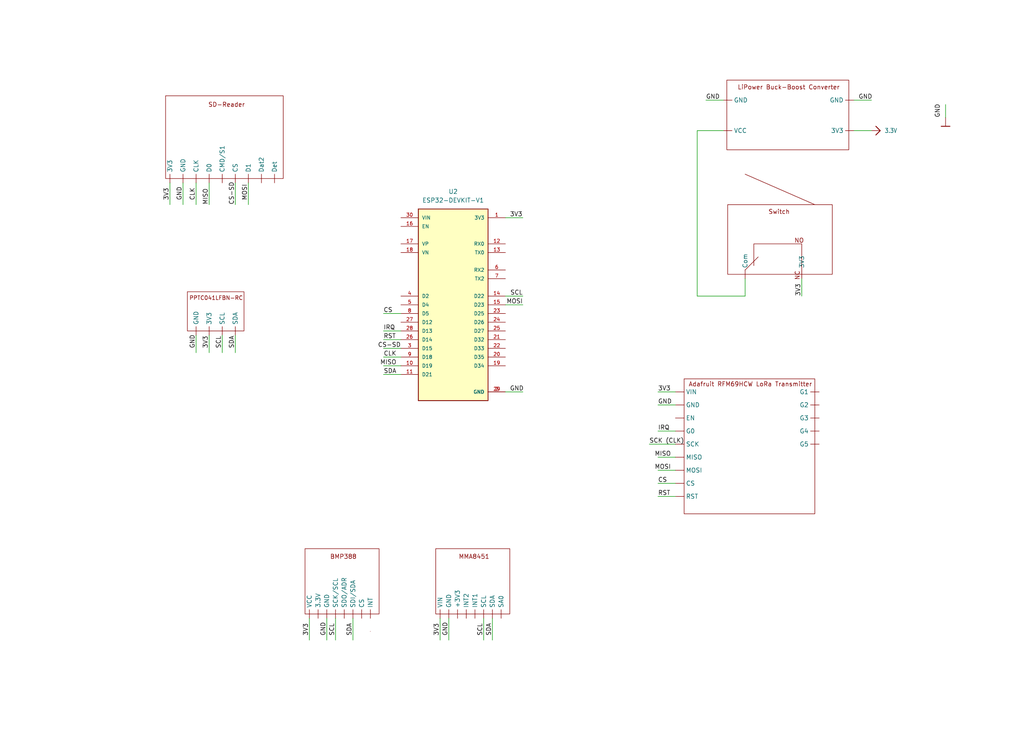
<source format=kicad_sch>
(kicad_sch
	(version 20250114)
	(generator "eeschema")
	(generator_version "9.0")
	(uuid "f483f297-eebf-4c44-8596-66b97a76d3a0")
	(paper "User" 298.45 217.322)
	(lib_symbols
		(symbol "Adafruit RFM69HCW:Adafruit_RFM69HCW"
			(exclude_from_sim no)
			(in_bom yes)
			(on_board yes)
			(property "Reference" ""
				(at 0 0 0)
				(effects
					(font
						(size 1.27 1.27)
					)
				)
			)
			(property "Value" ""
				(at 0 0 0)
				(effects
					(font
						(size 1.27 1.27)
					)
				)
			)
			(property "Footprint" ""
				(at 0 0 0)
				(effects
					(font
						(size 1.27 1.27)
					)
					(hide yes)
				)
			)
			(property "Datasheet" ""
				(at 0 0 0)
				(effects
					(font
						(size 1.27 1.27)
					)
					(hide yes)
				)
			)
			(property "Description" ""
				(at 0 0 0)
				(effects
					(font
						(size 1.27 1.27)
					)
					(hide yes)
				)
			)
			(symbol "Adafruit_RFM69HCW_0_1"
				(rectangle
					(start -20.32 43.18)
					(end 17.78 3.81)
					(stroke
						(width 0)
						(type default)
					)
					(fill
						(type none)
					)
				)
			)
			(symbol "Adafruit_RFM69HCW_1_1"
				(text "Adafruit RFM69HCW LoRa Transmitter"
					(at -1.016 41.656 0)
					(effects
						(font
							(size 1.27 1.27)
						)
					)
				)
				(pin input line
					(at -22.86 39.37 0)
					(length 2.54)
					(name "VIN"
						(effects
							(font
								(size 1.27 1.27)
							)
						)
					)
					(number ""
						(effects
							(font
								(size 1.27 1.27)
							)
						)
					)
				)
				(pin output line
					(at -22.86 35.56 0)
					(length 2.54)
					(name "GND"
						(effects
							(font
								(size 1.27 1.27)
							)
						)
					)
					(number ""
						(effects
							(font
								(size 1.27 1.27)
							)
						)
					)
				)
				(pin output line
					(at -22.86 31.75 0)
					(length 2.54)
					(name "EN"
						(effects
							(font
								(size 1.27 1.27)
							)
						)
					)
					(number ""
						(effects
							(font
								(size 1.27 1.27)
							)
						)
					)
				)
				(pin output line
					(at -22.86 27.94 0)
					(length 2.54)
					(name "G0"
						(effects
							(font
								(size 1.27 1.27)
							)
						)
					)
					(number ""
						(effects
							(font
								(size 1.27 1.27)
							)
						)
					)
				)
				(pin bidirectional line
					(at -22.86 24.13 0)
					(length 2.54)
					(name "SCK"
						(effects
							(font
								(size 1.27 1.27)
							)
						)
					)
					(number ""
						(effects
							(font
								(size 1.27 1.27)
							)
						)
					)
				)
				(pin bidirectional line
					(at -22.86 20.32 0)
					(length 2.54)
					(name "MISO"
						(effects
							(font
								(size 1.27 1.27)
							)
						)
					)
					(number ""
						(effects
							(font
								(size 1.27 1.27)
							)
						)
					)
				)
				(pin bidirectional line
					(at -22.86 16.51 0)
					(length 2.54)
					(name "MOSI"
						(effects
							(font
								(size 1.27 1.27)
							)
						)
					)
					(number ""
						(effects
							(font
								(size 1.27 1.27)
							)
						)
					)
				)
				(pin bidirectional line
					(at -22.86 12.7 0)
					(length 2.54)
					(name "CS"
						(effects
							(font
								(size 1.27 1.27)
							)
						)
					)
					(number ""
						(effects
							(font
								(size 1.27 1.27)
							)
						)
					)
				)
				(pin bidirectional line
					(at -22.86 8.89 0)
					(length 2.54)
					(name "RST"
						(effects
							(font
								(size 1.27 1.27)
							)
						)
					)
					(number ""
						(effects
							(font
								(size 1.27 1.27)
							)
						)
					)
				)
				(pin bidirectional line
					(at 19.05 39.37 180)
					(length 2.54)
					(name "G1"
						(effects
							(font
								(size 1.27 1.27)
							)
						)
					)
					(number ""
						(effects
							(font
								(size 1.27 1.27)
							)
						)
					)
				)
				(pin bidirectional line
					(at 19.05 35.56 180)
					(length 2.54)
					(name "G2"
						(effects
							(font
								(size 1.27 1.27)
							)
						)
					)
					(number ""
						(effects
							(font
								(size 1.27 1.27)
							)
						)
					)
				)
				(pin bidirectional line
					(at 19.05 31.75 180)
					(length 2.54)
					(name "G3"
						(effects
							(font
								(size 1.27 1.27)
							)
						)
					)
					(number ""
						(effects
							(font
								(size 1.27 1.27)
							)
						)
					)
				)
				(pin bidirectional line
					(at 19.05 27.94 180)
					(length 2.54)
					(name "G4"
						(effects
							(font
								(size 1.27 1.27)
							)
						)
					)
					(number ""
						(effects
							(font
								(size 1.27 1.27)
							)
						)
					)
				)
				(pin bidirectional line
					(at 19.05 24.13 180)
					(length 2.54)
					(name "G5"
						(effects
							(font
								(size 1.27 1.27)
							)
						)
					)
					(number ""
						(effects
							(font
								(size 1.27 1.27)
							)
						)
					)
				)
			)
			(embedded_fonts no)
		)
		(symbol "Lipower:BMP388"
			(exclude_from_sim no)
			(in_bom yes)
			(on_board yes)
			(property "Reference" ""
				(at 0 0 0)
				(effects
					(font
						(size 1.27 1.27)
					)
					(hide yes)
				)
			)
			(property "Value" ""
				(at 0 0 0)
				(effects
					(font
						(size 1.27 1.27)
					)
				)
			)
			(property "Footprint" ""
				(at 0 0 0)
				(effects
					(font
						(size 1.27 1.27)
					)
					(hide yes)
				)
			)
			(property "Datasheet" ""
				(at 0 0 0)
				(effects
					(font
						(size 1.27 1.27)
					)
					(hide yes)
				)
			)
			(property "Description" ""
				(at 0 0 0)
				(effects
					(font
						(size 1.27 1.27)
					)
					(hide yes)
				)
			)
			(symbol "BMP388_0_1"
				(rectangle
					(start -11.43 -7.62)
					(end 10.16 11.43)
					(stroke
						(width 0)
						(type default)
					)
					(fill
						(type none)
					)
				)
				(rectangle
					(start 7.62 -12.7)
					(end 7.62 -12.7)
					(stroke
						(width 0)
						(type default)
					)
					(fill
						(type none)
					)
				)
			)
			(symbol "BMP388_1_1"
				(text "BMP388"
					(at -0.254 9.144 0)
					(effects
						(font
							(size 1.27 1.27)
						)
					)
				)
				(pin input line
					(at -10.16 -8.89 90)
					(length 2.54)
					(name "VCC"
						(effects
							(font
								(size 1.27 1.27)
							)
						)
					)
					(number ""
						(effects
							(font
								(size 1.27 1.27)
							)
						)
					)
				)
				(pin bidirectional line
					(at -7.62 -8.89 90)
					(length 2.54)
					(name "3.3V"
						(effects
							(font
								(size 1.27 1.27)
							)
						)
					)
					(number ""
						(effects
							(font
								(size 1.27 1.27)
							)
						)
					)
				)
				(pin bidirectional line
					(at -5.08 -8.89 90)
					(length 2.54)
					(name "GND"
						(effects
							(font
								(size 1.27 1.27)
							)
						)
					)
					(number ""
						(effects
							(font
								(size 1.27 1.27)
							)
						)
					)
				)
				(pin bidirectional line
					(at -2.54 -8.89 90)
					(length 2.54)
					(name "SCK/SCL"
						(effects
							(font
								(size 1.27 1.27)
							)
						)
					)
					(number ""
						(effects
							(font
								(size 1.27 1.27)
							)
						)
					)
				)
				(pin bidirectional line
					(at 0 -8.89 90)
					(length 2.54)
					(name "SDO/ADR"
						(effects
							(font
								(size 1.27 1.27)
							)
						)
					)
					(number ""
						(effects
							(font
								(size 1.27 1.27)
							)
						)
					)
				)
				(pin bidirectional line
					(at 2.54 -8.89 90)
					(length 2.54)
					(name "SDI/SDA"
						(effects
							(font
								(size 1.27 1.27)
							)
						)
					)
					(number ""
						(effects
							(font
								(size 1.27 1.27)
							)
						)
					)
				)
				(pin bidirectional line
					(at 5.08 -8.89 90)
					(length 2.54)
					(name "CS"
						(effects
							(font
								(size 1.27 1.27)
							)
						)
					)
					(number ""
						(effects
							(font
								(size 1.27 1.27)
							)
						)
					)
				)
				(pin bidirectional line
					(at 7.62 -8.89 90)
					(length 2.54)
					(name "INT"
						(effects
							(font
								(size 1.27 1.27)
							)
						)
					)
					(number ""
						(effects
							(font
								(size 1.27 1.27)
							)
						)
					)
				)
			)
			(embedded_fonts no)
		)
		(symbol "Lipower:MMA8451"
			(exclude_from_sim no)
			(in_bom yes)
			(on_board yes)
			(property "Reference" ""
				(at 0 0 0)
				(effects
					(font
						(size 1.27 1.27)
					)
					(hide yes)
				)
			)
			(property "Value" ""
				(at 0 0 0)
				(effects
					(font
						(size 1.27 1.27)
					)
				)
			)
			(property "Footprint" ""
				(at 0 0 0)
				(effects
					(font
						(size 1.27 1.27)
					)
					(hide yes)
				)
			)
			(property "Datasheet" ""
				(at 0 0 0)
				(effects
					(font
						(size 1.27 1.27)
					)
					(hide yes)
				)
			)
			(property "Description" ""
				(at 0 0 0)
				(effects
					(font
						(size 1.27 1.27)
					)
					(hide yes)
				)
			)
			(symbol "MMA8451_0_1"
				(rectangle
					(start -11.43 -7.62)
					(end 10.16 11.43)
					(stroke
						(width 0)
						(type default)
					)
					(fill
						(type none)
					)
				)
			)
			(symbol "MMA8451_1_1"
				(text "MMA8451"
					(at -0.254 9.144 0)
					(effects
						(font
							(size 1.27 1.27)
						)
					)
				)
				(pin input line
					(at -10.16 -8.89 90)
					(length 2.54)
					(name "VIN"
						(effects
							(font
								(size 1.27 1.27)
							)
						)
					)
					(number ""
						(effects
							(font
								(size 1.27 1.27)
							)
						)
					)
				)
				(pin bidirectional line
					(at -7.62 -8.89 90)
					(length 2.54)
					(name "GND"
						(effects
							(font
								(size 1.27 1.27)
							)
						)
					)
					(number ""
						(effects
							(font
								(size 1.27 1.27)
							)
						)
					)
				)
				(pin bidirectional line
					(at -5.08 -8.89 90)
					(length 2.54)
					(name "+3V3"
						(effects
							(font
								(size 1.27 1.27)
							)
						)
					)
					(number ""
						(effects
							(font
								(size 1.27 1.27)
							)
						)
					)
				)
				(pin bidirectional line
					(at -2.54 -8.89 90)
					(length 2.54)
					(name "INT2"
						(effects
							(font
								(size 1.27 1.27)
							)
						)
					)
					(number ""
						(effects
							(font
								(size 1.27 1.27)
							)
						)
					)
				)
				(pin bidirectional line
					(at 0 -8.89 90)
					(length 2.54)
					(name "INT1"
						(effects
							(font
								(size 1.27 1.27)
							)
						)
					)
					(number ""
						(effects
							(font
								(size 1.27 1.27)
							)
						)
					)
				)
				(pin bidirectional line
					(at 2.54 -8.89 90)
					(length 2.54)
					(name "SCL"
						(effects
							(font
								(size 1.27 1.27)
							)
						)
					)
					(number ""
						(effects
							(font
								(size 1.27 1.27)
							)
						)
					)
				)
				(pin bidirectional line
					(at 5.08 -8.89 90)
					(length 2.54)
					(name "SDA"
						(effects
							(font
								(size 1.27 1.27)
							)
						)
					)
					(number ""
						(effects
							(font
								(size 1.27 1.27)
							)
						)
					)
				)
				(pin bidirectional line
					(at 7.62 -8.89 90)
					(length 2.54)
					(name "SA0"
						(effects
							(font
								(size 1.27 1.27)
							)
						)
					)
					(number ""
						(effects
							(font
								(size 1.27 1.27)
							)
						)
					)
				)
			)
			(embedded_fonts no)
		)
		(symbol "Lipower:Switch"
			(exclude_from_sim no)
			(in_bom yes)
			(on_board yes)
			(property "Reference" ""
				(at 0 0 0)
				(effects
					(font
						(size 1.27 1.27)
					)
					(hide yes)
				)
			)
			(property "Value" ""
				(at 0 0 0)
				(effects
					(font
						(size 1.27 1.27)
					)
				)
			)
			(property "Footprint" ""
				(at 0 0 0)
				(effects
					(font
						(size 1.27 1.27)
					)
					(hide yes)
				)
			)
			(property "Datasheet" ""
				(at 0 0 0)
				(effects
					(font
						(size 1.27 1.27)
					)
					(hide yes)
				)
			)
			(property "Description" ""
				(at 0 0 0)
				(effects
					(font
						(size 1.27 1.27)
					)
					(hide yes)
				)
			)
			(symbol "Switch_0_1"
				(polyline
					(pts
						(xy -10.16 -10.16) (xy -6.35 -6.35) (xy -7.62 -7.62) (xy -7.62 -8.89) (xy -7.62 -2.54) (xy 6.35 -2.54)
						(xy 6.35 -12.7)
					)
					(stroke
						(width 0)
						(type default)
					)
					(fill
						(type none)
					)
				)
				(polyline
					(pts
						(xy 10.16 8.89) (xy -10.16 17.78)
					)
					(stroke
						(width 0)
						(type default)
					)
					(fill
						(type none)
					)
				)
				(rectangle
					(start 15.24 -11.43)
					(end -15.24 8.89)
					(stroke
						(width 0)
						(type default)
					)
					(fill
						(type none)
					)
				)
			)
			(symbol "Switch_1_1"
				(text "Switch"
					(at -0.254 6.858 0)
					(effects
						(font
							(size 1.27 1.27)
						)
					)
				)
				(text "NC"
					(at 5.08 -11.684 900)
					(effects
						(font
							(size 1.27 1.27)
						)
					)
				)
				(text "NO"
					(at 5.588 -1.524 0)
					(effects
						(font
							(size 1.27 1.27)
						)
					)
				)
				(pin bidirectional line
					(at -10.16 -12.7 90)
					(length 2.54)
					(name "Com"
						(effects
							(font
								(size 1.27 1.27)
							)
						)
					)
					(number ""
						(effects
							(font
								(size 1.27 1.27)
							)
						)
					)
				)
				(pin bidirectional line
					(at 6.35 -12.7 90)
					(length 2.54)
					(name "3V3"
						(effects
							(font
								(size 1.27 1.27)
							)
						)
					)
					(number ""
						(effects
							(font
								(size 1.27 1.27)
							)
						)
					)
				)
			)
			(embedded_fonts no)
		)
		(symbol "Lipower:_1"
			(exclude_from_sim no)
			(in_bom yes)
			(on_board yes)
			(property "Reference" ""
				(at 0 0 0)
				(effects
					(font
						(size 1.27 1.27)
					)
				)
			)
			(property "Value" ""
				(at 0 0 0)
				(effects
					(font
						(size 1.27 1.27)
					)
				)
			)
			(property "Footprint" ""
				(at 0 0 0)
				(effects
					(font
						(size 1.27 1.27)
					)
					(hide yes)
				)
			)
			(property "Datasheet" ""
				(at 0 0 0)
				(effects
					(font
						(size 1.27 1.27)
					)
					(hide yes)
				)
			)
			(property "Description" ""
				(at 0 0 0)
				(effects
					(font
						(size 1.27 1.27)
					)
					(hide yes)
				)
			)
			(symbol "_1_0_1"
				(rectangle
					(start -16.764 -5.588)
					(end 18.796 14.732)
					(stroke
						(width 0)
						(type default)
					)
					(fill
						(type none)
					)
				)
			)
			(symbol "_1_1_1"
				(text "LiPower Buck-Boost Converter"
					(at 1.27 12.7 0)
					(effects
						(font
							(size 1.27 1.27)
						)
					)
				)
				(pin bidirectional line
					(at -17.78 8.89 0)
					(length 2.54)
					(name "GND"
						(effects
							(font
								(size 1.27 1.27)
							)
						)
					)
					(number ""
						(effects
							(font
								(size 1.27 1.27)
							)
						)
					)
				)
				(pin input line
					(at -17.78 0 0)
					(length 2.54)
					(name "VCC"
						(effects
							(font
								(size 1.27 1.27)
							)
						)
					)
					(number ""
						(effects
							(font
								(size 1.27 1.27)
							)
						)
					)
				)
				(pin bidirectional line
					(at 20.32 8.89 180)
					(length 2.54)
					(name "GND"
						(effects
							(font
								(size 1.27 1.27)
							)
						)
					)
					(number ""
						(effects
							(font
								(size 1.27 1.27)
							)
						)
					)
				)
				(pin output line
					(at 20.32 0 180)
					(length 2.54)
					(name "3V3"
						(effects
							(font
								(size 1.27 1.27)
							)
						)
					)
					(number ""
						(effects
							(font
								(size 1.27 1.27)
							)
						)
					)
				)
			)
			(embedded_fonts no)
		)
		(symbol "New_Library:ESP32-DEVKIT-V1"
			(pin_names
				(offset 1.016)
			)
			(exclude_from_sim no)
			(in_bom yes)
			(on_board yes)
			(property "Reference" "U"
				(at -10.16 30.48 0)
				(effects
					(font
						(size 1.27 1.27)
					)
					(justify left top)
				)
			)
			(property "Value" "ESP32-DEVKIT-V1"
				(at -10.16 -30.48 0)
				(effects
					(font
						(size 1.27 1.27)
					)
					(justify left bottom)
				)
			)
			(property "Footprint" "ESP32-DEVKIT-V1:MODULE_ESP32_DEVKIT_V1"
				(at 0 0 0)
				(effects
					(font
						(size 1.27 1.27)
					)
					(justify bottom)
					(hide yes)
				)
			)
			(property "Datasheet" ""
				(at 0 0 0)
				(effects
					(font
						(size 1.27 1.27)
					)
					(hide yes)
				)
			)
			(property "Description" ""
				(at 0 0 0)
				(effects
					(font
						(size 1.27 1.27)
					)
					(hide yes)
				)
			)
			(property "MF" "Do it"
				(at 0 0 0)
				(effects
					(font
						(size 1.27 1.27)
					)
					(justify bottom)
					(hide yes)
				)
			)
			(property "MAXIMUM_PACKAGE_HEIGHT" "6.8 mm"
				(at 0 0 0)
				(effects
					(font
						(size 1.27 1.27)
					)
					(justify bottom)
					(hide yes)
				)
			)
			(property "Package" "None"
				(at 0 0 0)
				(effects
					(font
						(size 1.27 1.27)
					)
					(justify bottom)
					(hide yes)
				)
			)
			(property "Price" "None"
				(at 0 0 0)
				(effects
					(font
						(size 1.27 1.27)
					)
					(justify bottom)
					(hide yes)
				)
			)
			(property "Check_prices" "https://www.snapeda.com/parts/ESP32-DEVKIT-V1/Do+it/view-part/?ref=eda"
				(at 0 0 0)
				(effects
					(font
						(size 1.27 1.27)
					)
					(justify bottom)
					(hide yes)
				)
			)
			(property "STANDARD" "Manufacturer Recommendations"
				(at 0 0 0)
				(effects
					(font
						(size 1.27 1.27)
					)
					(justify bottom)
					(hide yes)
				)
			)
			(property "PARTREV" "N/A"
				(at 0 0 0)
				(effects
					(font
						(size 1.27 1.27)
					)
					(justify bottom)
					(hide yes)
				)
			)
			(property "SnapEDA_Link" "https://www.snapeda.com/parts/ESP32-DEVKIT-V1/Do+it/view-part/?ref=snap"
				(at 0 0 0)
				(effects
					(font
						(size 1.27 1.27)
					)
					(justify bottom)
					(hide yes)
				)
			)
			(property "MP" "ESP32-DEVKIT-V1"
				(at 0 0 0)
				(effects
					(font
						(size 1.27 1.27)
					)
					(justify bottom)
					(hide yes)
				)
			)
			(property "Description_1" "Dual core, Wi-Fi: 2.4 GHz up to 150 Mbits/s,BLE (Bluetooth Low Energy) and legacy Bluetooth, 32 bits, Up to 240 MHz"
				(at 0 0 0)
				(effects
					(font
						(size 1.27 1.27)
					)
					(justify bottom)
					(hide yes)
				)
			)
			(property "Availability" "Not in stock"
				(at 0 0 0)
				(effects
					(font
						(size 1.27 1.27)
					)
					(justify bottom)
					(hide yes)
				)
			)
			(property "MANUFACTURER" "DOIT"
				(at 0 0 0)
				(effects
					(font
						(size 1.27 1.27)
					)
					(justify bottom)
					(hide yes)
				)
			)
			(symbol "ESP32-DEVKIT-V1_0_0"
				(rectangle
					(start -10.16 -27.94)
					(end 10.16 27.94)
					(stroke
						(width 0.254)
						(type default)
					)
					(fill
						(type background)
					)
				)
				(pin input line
					(at -15.24 25.4 0)
					(length 5.08)
					(name "VIN"
						(effects
							(font
								(size 1.016 1.016)
							)
						)
					)
					(number "30"
						(effects
							(font
								(size 1.016 1.016)
							)
						)
					)
				)
				(pin input line
					(at -15.24 22.86 0)
					(length 5.08)
					(name "EN"
						(effects
							(font
								(size 1.016 1.016)
							)
						)
					)
					(number "16"
						(effects
							(font
								(size 1.016 1.016)
							)
						)
					)
				)
				(pin bidirectional line
					(at -15.24 17.78 0)
					(length 5.08)
					(name "VP"
						(effects
							(font
								(size 1.016 1.016)
							)
						)
					)
					(number "17"
						(effects
							(font
								(size 1.016 1.016)
							)
						)
					)
				)
				(pin bidirectional line
					(at -15.24 15.24 0)
					(length 5.08)
					(name "VN"
						(effects
							(font
								(size 1.016 1.016)
							)
						)
					)
					(number "18"
						(effects
							(font
								(size 1.016 1.016)
							)
						)
					)
				)
				(pin bidirectional line
					(at -15.24 2.54 0)
					(length 5.08)
					(name "D2"
						(effects
							(font
								(size 1.016 1.016)
							)
						)
					)
					(number "4"
						(effects
							(font
								(size 1.016 1.016)
							)
						)
					)
				)
				(pin bidirectional line
					(at -15.24 0 0)
					(length 5.08)
					(name "D4"
						(effects
							(font
								(size 1.016 1.016)
							)
						)
					)
					(number "5"
						(effects
							(font
								(size 1.016 1.016)
							)
						)
					)
				)
				(pin bidirectional line
					(at -15.24 -2.54 0)
					(length 5.08)
					(name "D5"
						(effects
							(font
								(size 1.016 1.016)
							)
						)
					)
					(number "8"
						(effects
							(font
								(size 1.016 1.016)
							)
						)
					)
				)
				(pin bidirectional line
					(at -15.24 -5.08 0)
					(length 5.08)
					(name "D12"
						(effects
							(font
								(size 1.016 1.016)
							)
						)
					)
					(number "27"
						(effects
							(font
								(size 1.016 1.016)
							)
						)
					)
				)
				(pin bidirectional line
					(at -15.24 -7.62 0)
					(length 5.08)
					(name "D13"
						(effects
							(font
								(size 1.016 1.016)
							)
						)
					)
					(number "28"
						(effects
							(font
								(size 1.016 1.016)
							)
						)
					)
				)
				(pin bidirectional line
					(at -15.24 -10.16 0)
					(length 5.08)
					(name "D14"
						(effects
							(font
								(size 1.016 1.016)
							)
						)
					)
					(number "26"
						(effects
							(font
								(size 1.016 1.016)
							)
						)
					)
				)
				(pin bidirectional line
					(at -15.24 -12.7 0)
					(length 5.08)
					(name "D15"
						(effects
							(font
								(size 1.016 1.016)
							)
						)
					)
					(number "3"
						(effects
							(font
								(size 1.016 1.016)
							)
						)
					)
				)
				(pin bidirectional line
					(at -15.24 -15.24 0)
					(length 5.08)
					(name "D18"
						(effects
							(font
								(size 1.016 1.016)
							)
						)
					)
					(number "9"
						(effects
							(font
								(size 1.016 1.016)
							)
						)
					)
				)
				(pin bidirectional line
					(at -15.24 -17.78 0)
					(length 5.08)
					(name "D19"
						(effects
							(font
								(size 1.016 1.016)
							)
						)
					)
					(number "10"
						(effects
							(font
								(size 1.016 1.016)
							)
						)
					)
				)
				(pin bidirectional line
					(at -15.24 -20.32 0)
					(length 5.08)
					(name "D21"
						(effects
							(font
								(size 1.016 1.016)
							)
						)
					)
					(number "11"
						(effects
							(font
								(size 1.016 1.016)
							)
						)
					)
				)
				(pin output line
					(at 15.24 25.4 180)
					(length 5.08)
					(name "3V3"
						(effects
							(font
								(size 1.016 1.016)
							)
						)
					)
					(number "1"
						(effects
							(font
								(size 1.016 1.016)
							)
						)
					)
				)
				(pin input line
					(at 15.24 17.78 180)
					(length 5.08)
					(name "RX0"
						(effects
							(font
								(size 1.016 1.016)
							)
						)
					)
					(number "12"
						(effects
							(font
								(size 1.016 1.016)
							)
						)
					)
				)
				(pin output line
					(at 15.24 15.24 180)
					(length 5.08)
					(name "TX0"
						(effects
							(font
								(size 1.016 1.016)
							)
						)
					)
					(number "13"
						(effects
							(font
								(size 1.016 1.016)
							)
						)
					)
				)
				(pin input line
					(at 15.24 10.16 180)
					(length 5.08)
					(name "RX2"
						(effects
							(font
								(size 1.016 1.016)
							)
						)
					)
					(number "6"
						(effects
							(font
								(size 1.016 1.016)
							)
						)
					)
				)
				(pin output line
					(at 15.24 7.62 180)
					(length 5.08)
					(name "TX2"
						(effects
							(font
								(size 1.016 1.016)
							)
						)
					)
					(number "7"
						(effects
							(font
								(size 1.016 1.016)
							)
						)
					)
				)
				(pin bidirectional line
					(at 15.24 2.54 180)
					(length 5.08)
					(name "D22"
						(effects
							(font
								(size 1.016 1.016)
							)
						)
					)
					(number "14"
						(effects
							(font
								(size 1.016 1.016)
							)
						)
					)
				)
				(pin bidirectional line
					(at 15.24 0 180)
					(length 5.08)
					(name "D23"
						(effects
							(font
								(size 1.016 1.016)
							)
						)
					)
					(number "15"
						(effects
							(font
								(size 1.016 1.016)
							)
						)
					)
				)
				(pin bidirectional line
					(at 15.24 -2.54 180)
					(length 5.08)
					(name "D25"
						(effects
							(font
								(size 1.016 1.016)
							)
						)
					)
					(number "23"
						(effects
							(font
								(size 1.016 1.016)
							)
						)
					)
				)
				(pin bidirectional line
					(at 15.24 -5.08 180)
					(length 5.08)
					(name "D26"
						(effects
							(font
								(size 1.016 1.016)
							)
						)
					)
					(number "24"
						(effects
							(font
								(size 1.016 1.016)
							)
						)
					)
				)
				(pin bidirectional line
					(at 15.24 -7.62 180)
					(length 5.08)
					(name "D27"
						(effects
							(font
								(size 1.016 1.016)
							)
						)
					)
					(number "25"
						(effects
							(font
								(size 1.016 1.016)
							)
						)
					)
				)
				(pin bidirectional line
					(at 15.24 -10.16 180)
					(length 5.08)
					(name "D32"
						(effects
							(font
								(size 1.016 1.016)
							)
						)
					)
					(number "21"
						(effects
							(font
								(size 1.016 1.016)
							)
						)
					)
				)
				(pin bidirectional line
					(at 15.24 -12.7 180)
					(length 5.08)
					(name "D33"
						(effects
							(font
								(size 1.016 1.016)
							)
						)
					)
					(number "22"
						(effects
							(font
								(size 1.016 1.016)
							)
						)
					)
				)
				(pin bidirectional line
					(at 15.24 -15.24 180)
					(length 5.08)
					(name "D35"
						(effects
							(font
								(size 1.016 1.016)
							)
						)
					)
					(number "20"
						(effects
							(font
								(size 1.016 1.016)
							)
						)
					)
				)
				(pin bidirectional line
					(at 15.24 -17.78 180)
					(length 5.08)
					(name "D34"
						(effects
							(font
								(size 1.016 1.016)
							)
						)
					)
					(number "19"
						(effects
							(font
								(size 1.016 1.016)
							)
						)
					)
				)
				(pin power_in line
					(at 15.24 -25.4 180)
					(length 5.08)
					(name "GND"
						(effects
							(font
								(size 1.016 1.016)
							)
						)
					)
					(number "2"
						(effects
							(font
								(size 1.016 1.016)
							)
						)
					)
				)
				(pin power_in line
					(at 15.24 -25.4 180)
					(length 5.08)
					(name "GND"
						(effects
							(font
								(size 1.016 1.016)
							)
						)
					)
					(number "29"
						(effects
							(font
								(size 1.016 1.016)
							)
						)
					)
				)
			)
			(embedded_fonts no)
		)
		(symbol "PPTC041LFBN-RC:_1"
			(exclude_from_sim no)
			(in_bom yes)
			(on_board yes)
			(property "Reference" ""
				(at 0 0 0)
				(effects
					(font
						(size 1.27 1.27)
					)
				)
			)
			(property "Value" ""
				(at 0 0 0)
				(effects
					(font
						(size 1.27 1.27)
					)
				)
			)
			(property "Footprint" ""
				(at 0 0 0)
				(effects
					(font
						(size 1.27 1.27)
					)
					(hide yes)
				)
			)
			(property "Datasheet" ""
				(at 0 0 0)
				(effects
					(font
						(size 1.27 1.27)
					)
					(hide yes)
				)
			)
			(property "Description" ""
				(at 0 0 0)
				(effects
					(font
						(size 1.27 1.27)
					)
					(hide yes)
				)
			)
			(symbol "_1_0_1"
				(rectangle
					(start -10.16 6.35)
					(end 6.35 -5.08)
					(stroke
						(width 0)
						(type default)
					)
					(fill
						(type none)
					)
				)
			)
			(symbol "_1_1_1"
				(text "PPTC041LFBN-RC"
					(at -1.778 4.572 0)
					(effects
						(font
							(size 1.143 1.143)
						)
					)
				)
				(pin bidirectional line
					(at -7.62 -6.35 90)
					(length 2.54)
					(name "GND"
						(effects
							(font
								(size 1.27 1.27)
							)
						)
					)
					(number ""
						(effects
							(font
								(size 1.27 1.27)
							)
						)
					)
				)
				(pin bidirectional line
					(at -3.81 -6.35 90)
					(length 2.54)
					(name "3V3"
						(effects
							(font
								(size 1.27 1.27)
							)
						)
					)
					(number ""
						(effects
							(font
								(size 1.27 1.27)
							)
						)
					)
				)
				(pin bidirectional line
					(at 0 -6.35 90)
					(length 2.54)
					(name "SCL"
						(effects
							(font
								(size 1.27 1.27)
							)
						)
					)
					(number ""
						(effects
							(font
								(size 1.27 1.27)
							)
						)
					)
				)
				(pin bidirectional line
					(at 3.81 -6.35 90)
					(length 2.54)
					(name "SDA"
						(effects
							(font
								(size 1.27 1.27)
							)
						)
					)
					(number ""
						(effects
							(font
								(size 1.27 1.27)
							)
						)
					)
				)
			)
			(embedded_fonts no)
		)
		(symbol "SD-Reader:SD-Reader"
			(exclude_from_sim no)
			(in_bom yes)
			(on_board yes)
			(property "Reference" ""
				(at 0 0 0)
				(effects
					(font
						(size 1.27 1.27)
					)
				)
			)
			(property "Value" ""
				(at 0 0 0)
				(effects
					(font
						(size 1.27 1.27)
					)
				)
			)
			(property "Footprint" ""
				(at 0 0 0)
				(effects
					(font
						(size 1.27 1.27)
					)
					(hide yes)
				)
			)
			(property "Datasheet" ""
				(at 0 0 0)
				(effects
					(font
						(size 1.27 1.27)
					)
					(hide yes)
				)
			)
			(property "Description" ""
				(at 0 0 0)
				(effects
					(font
						(size 1.27 1.27)
					)
					(hide yes)
				)
			)
			(symbol "SD-Reader_0_1"
				(rectangle
					(start -16.51 12.7)
					(end 17.78 -11.43)
					(stroke
						(width 0)
						(type default)
					)
					(fill
						(type none)
					)
				)
			)
			(symbol "SD-Reader_1_1"
				(text "SD-Reader"
					(at 1.27 10.16 0)
					(effects
						(font
							(size 1.27 1.27)
						)
					)
				)
				(pin input line
					(at -15.24 -12.7 90)
					(length 2.54)
					(name "3V3"
						(effects
							(font
								(size 1.27 1.27)
							)
						)
					)
					(number ""
						(effects
							(font
								(size 1.27 1.27)
							)
						)
					)
				)
				(pin output line
					(at -11.43 -12.7 90)
					(length 2.54)
					(name "GND"
						(effects
							(font
								(size 1.27 1.27)
							)
						)
					)
					(number ""
						(effects
							(font
								(size 1.27 1.27)
							)
						)
					)
				)
				(pin bidirectional line
					(at -7.62 -12.7 90)
					(length 2.54)
					(name "CLK"
						(effects
							(font
								(size 1.27 1.27)
							)
						)
					)
					(number ""
						(effects
							(font
								(size 1.27 1.27)
							)
						)
					)
				)
				(pin bidirectional line
					(at -3.81 -12.7 90)
					(length 2.54)
					(name "D0"
						(effects
							(font
								(size 1.27 1.27)
							)
						)
					)
					(number ""
						(effects
							(font
								(size 1.27 1.27)
							)
						)
					)
				)
				(pin bidirectional line
					(at 0 -12.7 90)
					(length 2.54)
					(name "CMD/S1"
						(effects
							(font
								(size 1.27 1.27)
							)
						)
					)
					(number ""
						(effects
							(font
								(size 1.27 1.27)
							)
						)
					)
				)
				(pin bidirectional line
					(at 3.81 -12.7 90)
					(length 2.54)
					(name "CS"
						(effects
							(font
								(size 1.27 1.27)
							)
						)
					)
					(number ""
						(effects
							(font
								(size 1.27 1.27)
							)
						)
					)
				)
				(pin bidirectional line
					(at 7.62 -12.7 90)
					(length 2.54)
					(name "D1"
						(effects
							(font
								(size 1.27 1.27)
							)
						)
					)
					(number ""
						(effects
							(font
								(size 1.27 1.27)
							)
						)
					)
				)
				(pin bidirectional line
					(at 11.43 -12.7 90)
					(length 2.54)
					(name "Dat2"
						(effects
							(font
								(size 1.27 1.27)
							)
						)
					)
					(number ""
						(effects
							(font
								(size 1.27 1.27)
							)
						)
					)
				)
				(pin bidirectional line
					(at 15.24 -12.7 90)
					(length 2.54)
					(name "Det"
						(effects
							(font
								(size 1.27 1.27)
							)
						)
					)
					(number ""
						(effects
							(font
								(size 1.27 1.27)
							)
						)
					)
				)
			)
			(embedded_fonts no)
		)
		(symbol "TSAT 2-B-eagle-import:3.3V"
			(power)
			(exclude_from_sim no)
			(in_bom yes)
			(on_board yes)
			(property "Reference" ""
				(at 0 0 0)
				(effects
					(font
						(size 1.27 1.27)
					)
					(hide yes)
				)
			)
			(property "Value" ""
				(at -1.524 1.016 0)
				(effects
					(font
						(size 1.27 1.0795)
					)
					(justify left bottom)
				)
			)
			(property "Footprint" ""
				(at 0 0 0)
				(effects
					(font
						(size 1.27 1.27)
					)
					(hide yes)
				)
			)
			(property "Datasheet" ""
				(at 0 0 0)
				(effects
					(font
						(size 1.27 1.27)
					)
					(hide yes)
				)
			)
			(property "Description" "3.3V Supply"
				(at 0 0 0)
				(effects
					(font
						(size 1.27 1.27)
					)
					(hide yes)
				)
			)
			(property "ki_locked" ""
				(at 0 0 0)
				(effects
					(font
						(size 1.27 1.27)
					)
				)
			)
			(symbol "3.3V_1_0"
				(polyline
					(pts
						(xy -1.27 -1.27) (xy 0 0)
					)
					(stroke
						(width 0.254)
						(type solid)
					)
					(fill
						(type none)
					)
				)
				(polyline
					(pts
						(xy 0 0) (xy 1.27 -1.27)
					)
					(stroke
						(width 0.254)
						(type solid)
					)
					(fill
						(type none)
					)
				)
				(pin power_in line
					(at 0 -2.54 90)
					(length 2.54)
					(name "3.3V"
						(effects
							(font
								(size 0 0)
							)
						)
					)
					(number "1"
						(effects
							(font
								(size 0 0)
							)
						)
					)
				)
			)
			(embedded_fonts no)
		)
		(symbol "TSAT 2-B-eagle-import:GND"
			(power)
			(exclude_from_sim no)
			(in_bom yes)
			(on_board yes)
			(property "Reference" ""
				(at 0 0 0)
				(effects
					(font
						(size 1.27 1.27)
					)
					(hide yes)
				)
			)
			(property "Value" ""
				(at -1.524 -2.54 0)
				(effects
					(font
						(size 1.27 1.0795)
					)
					(justify left bottom)
				)
			)
			(property "Footprint" ""
				(at 0 0 0)
				(effects
					(font
						(size 1.27 1.27)
					)
					(hide yes)
				)
			)
			(property "Datasheet" ""
				(at 0 0 0)
				(effects
					(font
						(size 1.27 1.27)
					)
					(hide yes)
				)
			)
			(property "Description" "GND"
				(at 0 0 0)
				(effects
					(font
						(size 1.27 1.27)
					)
					(hide yes)
				)
			)
			(property "ki_locked" ""
				(at 0 0 0)
				(effects
					(font
						(size 1.27 1.27)
					)
				)
			)
			(symbol "GND_1_0"
				(polyline
					(pts
						(xy -1.27 0) (xy 1.27 0)
					)
					(stroke
						(width 0.254)
						(type solid)
					)
					(fill
						(type none)
					)
				)
				(pin power_in line
					(at 0 2.54 270)
					(length 2.54)
					(name "GND"
						(effects
							(font
								(size 0 0)
							)
						)
					)
					(number "1"
						(effects
							(font
								(size 0 0)
							)
						)
					)
				)
			)
			(embedded_fonts no)
		)
	)
	(wire
		(pts
			(xy 203.2 38.1) (xy 210.82 38.1)
		)
		(stroke
			(width 0)
			(type default)
		)
		(uuid "0142b147-4602-4288-a3ea-e95a585432fc")
	)
	(wire
		(pts
			(xy 111.76 104.14) (xy 116.84 104.14)
		)
		(stroke
			(width 0)
			(type default)
		)
		(uuid "0197588e-d0d5-4fee-be1d-b981e5c33153")
	)
	(wire
		(pts
			(xy 57.15 53.34) (xy 57.15 59.69)
		)
		(stroke
			(width 0)
			(type default)
		)
		(uuid "0bde9520-90e9-49d4-becd-622418e52540")
	)
	(wire
		(pts
			(xy 64.77 97.79) (xy 64.77 102.87)
		)
		(stroke
			(width 0)
			(type default)
		)
		(uuid "1ab3fbbe-8128-4724-b32f-994f77c2fa33")
	)
	(wire
		(pts
			(xy 95.25 180.34) (xy 95.25 186.69)
		)
		(stroke
			(width 0)
			(type default)
		)
		(uuid "383c9d51-7ea5-4ab5-81ae-4425b57e7b78")
	)
	(wire
		(pts
			(xy 97.79 180.34) (xy 97.79 186.69)
		)
		(stroke
			(width 0)
			(type default)
		)
		(uuid "3a268639-ffc9-45a0-92d8-f6d87b27963a")
	)
	(wire
		(pts
			(xy 191.77 114.3) (xy 196.85 114.3)
		)
		(stroke
			(width 0)
			(type default)
		)
		(uuid "3d33d778-2239-400d-8520-e225d92d4bab")
	)
	(wire
		(pts
			(xy 248.92 29.21) (xy 254 29.21)
		)
		(stroke
			(width 0)
			(type default)
		)
		(uuid "41d3e0f7-059e-4592-b127-3d0e0f1ca6da")
	)
	(wire
		(pts
			(xy 57.15 97.79) (xy 57.15 102.87)
		)
		(stroke
			(width 0)
			(type default)
		)
		(uuid "45e5d3a3-3463-40b2-a9c9-c6eb073806b9")
	)
	(wire
		(pts
			(xy 191.77 125.73) (xy 196.85 125.73)
		)
		(stroke
			(width 0)
			(type default)
		)
		(uuid "498cacf7-c0c1-4e6a-a989-76daac0c4f82")
	)
	(wire
		(pts
			(xy 111.76 109.22) (xy 116.84 109.22)
		)
		(stroke
			(width 0)
			(type default)
		)
		(uuid "500ab68f-de87-4932-8c44-6a332a2504e5")
	)
	(wire
		(pts
			(xy 49.53 53.34) (xy 49.53 59.69)
		)
		(stroke
			(width 0)
			(type default)
		)
		(uuid "59a85eac-7d65-477a-81f5-b9f6a7a5a1ea")
	)
	(wire
		(pts
			(xy 111.76 96.52) (xy 116.84 96.52)
		)
		(stroke
			(width 0)
			(type default)
		)
		(uuid "5abda74c-f2a8-44da-87aa-d3e374c583b8")
	)
	(wire
		(pts
			(xy 128.27 180.34) (xy 128.27 186.69)
		)
		(stroke
			(width 0)
			(type default)
		)
		(uuid "656cf7e4-b51a-4779-876e-eb9cf97049bb")
	)
	(wire
		(pts
			(xy 203.2 86.36) (xy 217.17 86.36)
		)
		(stroke
			(width 0)
			(type default)
		)
		(uuid "6a1adc45-a1cc-40f5-9c26-311720b720ef")
	)
	(wire
		(pts
			(xy 90.17 180.34) (xy 90.17 186.69)
		)
		(stroke
			(width 0)
			(type default)
		)
		(uuid "6c97eb8f-cfd4-47cd-a374-26bea46e24a8")
	)
	(wire
		(pts
			(xy 60.96 97.79) (xy 60.96 102.87)
		)
		(stroke
			(width 0)
			(type default)
		)
		(uuid "7c168259-9071-4f3b-b665-d09d4c02686a")
	)
	(wire
		(pts
			(xy 191.77 140.97) (xy 196.85 140.97)
		)
		(stroke
			(width 0)
			(type default)
		)
		(uuid "818f46f1-01fa-4853-8def-603de1eb45b3")
	)
	(wire
		(pts
			(xy 53.34 53.34) (xy 53.34 59.69)
		)
		(stroke
			(width 0)
			(type default)
		)
		(uuid "81c2202d-749a-4485-865e-1921972ada91")
	)
	(wire
		(pts
			(xy 191.77 137.16) (xy 196.85 137.16)
		)
		(stroke
			(width 0)
			(type default)
		)
		(uuid "87b986b9-939a-426e-9f12-64730e34ac03")
	)
	(wire
		(pts
			(xy 130.81 180.34) (xy 130.81 186.69)
		)
		(stroke
			(width 0)
			(type default)
		)
		(uuid "8cade4da-4376-47d4-b4f0-6975b2733ec8")
	)
	(wire
		(pts
			(xy 140.97 180.34) (xy 140.97 186.69)
		)
		(stroke
			(width 0)
			(type default)
		)
		(uuid "8d05f438-c635-4f60-877f-0e4a5d868296")
	)
	(wire
		(pts
			(xy 203.2 38.1) (xy 203.2 86.36)
		)
		(stroke
			(width 0)
			(type default)
		)
		(uuid "8e95fcf8-6982-452a-b589-f8220d4217b9")
	)
	(wire
		(pts
			(xy 147.32 86.36) (xy 152.4 86.36)
		)
		(stroke
			(width 0)
			(type default)
		)
		(uuid "90ddd16e-9683-49a5-b8b4-463fd347a8ec")
	)
	(wire
		(pts
			(xy 189.23 129.54) (xy 196.85 129.54)
		)
		(stroke
			(width 0)
			(type default)
		)
		(uuid "93afc2eb-f548-45d3-88d0-e35c6b4c210f")
	)
	(wire
		(pts
			(xy 147.32 63.5) (xy 152.4 63.5)
		)
		(stroke
			(width 0)
			(type default)
		)
		(uuid "9d4bcc8d-4c7d-4af0-af87-4f9be26b1230")
	)
	(wire
		(pts
			(xy 191.77 144.78) (xy 196.85 144.78)
		)
		(stroke
			(width 0)
			(type default)
		)
		(uuid "a81037f1-0636-4e53-b726-f550b8ba8003")
	)
	(wire
		(pts
			(xy 191.77 118.11) (xy 196.85 118.11)
		)
		(stroke
			(width 0)
			(type default)
		)
		(uuid "ab6fec51-0d5b-41bb-acf1-7646062cb968")
	)
	(wire
		(pts
			(xy 143.51 180.34) (xy 143.51 186.69)
		)
		(stroke
			(width 0)
			(type default)
		)
		(uuid "af413f09-5a89-4829-983c-6ad138c391b7")
	)
	(wire
		(pts
			(xy 205.74 29.21) (xy 210.82 29.21)
		)
		(stroke
			(width 0)
			(type default)
		)
		(uuid "b1b27da9-cabb-4b8e-a5ef-187647a25f6d")
	)
	(wire
		(pts
			(xy 217.17 86.36) (xy 217.17 81.28)
		)
		(stroke
			(width 0)
			(type default)
		)
		(uuid "b464e630-b768-4848-82a9-b1d537a1e309")
	)
	(wire
		(pts
			(xy 275.59 30.48) (xy 275.59 34.29)
		)
		(stroke
			(width 0)
			(type default)
		)
		(uuid "b495adff-9959-4e06-9bea-f30b425e4fd8")
	)
	(wire
		(pts
			(xy 111.76 101.6) (xy 116.84 101.6)
		)
		(stroke
			(width 0)
			(type default)
		)
		(uuid "b99ba8dd-27b2-4587-93a6-c2fa042959e6")
	)
	(wire
		(pts
			(xy 147.32 114.3) (xy 152.4 114.3)
		)
		(stroke
			(width 0)
			(type default)
		)
		(uuid "bb57563d-e8ca-4681-b063-040017124505")
	)
	(wire
		(pts
			(xy 191.77 133.35) (xy 196.85 133.35)
		)
		(stroke
			(width 0)
			(type default)
		)
		(uuid "c2416f63-92c2-41d3-8076-27581b23a04d")
	)
	(wire
		(pts
			(xy 147.32 88.9) (xy 152.4 88.9)
		)
		(stroke
			(width 0)
			(type default)
		)
		(uuid "c32e04f8-9337-4a93-a8b9-6cc4ad497c79")
	)
	(wire
		(pts
			(xy 111.76 99.06) (xy 116.84 99.06)
		)
		(stroke
			(width 0)
			(type default)
		)
		(uuid "c4202bb6-54ef-4f14-836a-c8adaf438b82")
	)
	(wire
		(pts
			(xy 72.39 53.34) (xy 72.39 59.69)
		)
		(stroke
			(width 0)
			(type default)
		)
		(uuid "c7e32d83-0b17-473a-a09b-297648439e15")
	)
	(wire
		(pts
			(xy 102.87 180.34) (xy 102.87 186.69)
		)
		(stroke
			(width 0)
			(type default)
		)
		(uuid "c9380e00-ca21-42dc-94fb-3e949b9cb971")
	)
	(wire
		(pts
			(xy 68.58 97.79) (xy 68.58 102.87)
		)
		(stroke
			(width 0)
			(type default)
		)
		(uuid "cc86a108-a9ac-4b2e-9a79-795dd947c8c3")
	)
	(wire
		(pts
			(xy 233.68 81.28) (xy 233.68 86.36)
		)
		(stroke
			(width 0)
			(type default)
		)
		(uuid "cd681ef7-cc2d-4d18-b57b-6cb4d6d2812a")
	)
	(wire
		(pts
			(xy 248.92 38.1) (xy 254 38.1)
		)
		(stroke
			(width 0)
			(type default)
		)
		(uuid "e815fe41-9d5b-4d81-8fec-ca7479130778")
	)
	(wire
		(pts
			(xy 111.76 91.44) (xy 116.84 91.44)
		)
		(stroke
			(width 0)
			(type default)
		)
		(uuid "ec7cba93-d714-47b7-8f4e-b4e61e0e2c70")
	)
	(wire
		(pts
			(xy 60.96 53.34) (xy 60.96 59.69)
		)
		(stroke
			(width 0)
			(type default)
		)
		(uuid "ef6e3af2-ff8b-49ef-95c8-fd8c60a54c63")
	)
	(wire
		(pts
			(xy 111.76 106.68) (xy 116.84 106.68)
		)
		(stroke
			(width 0)
			(type default)
		)
		(uuid "f0ddd70b-3df7-4540-bbc6-59916a168bf5")
	)
	(wire
		(pts
			(xy 68.58 53.34) (xy 68.58 59.69)
		)
		(stroke
			(width 0)
			(type default)
		)
		(uuid "f4f73fa4-8354-4072-9650-9f7845e1920e")
	)
	(label "MOSI"
		(at 72.39 58.42 90)
		(effects
			(font
				(size 1.27 1.27)
			)
			(justify left bottom)
		)
		(uuid "017cf37c-35cb-4004-be38-e1725377a983")
	)
	(label "IRQ"
		(at 111.76 96.52 0)
		(effects
			(font
				(size 1.27 1.27)
			)
			(justify left bottom)
		)
		(uuid "02484644-bbd5-4bd4-94f4-56a151b98279")
	)
	(label "3V3"
		(at 191.77 114.3 0)
		(effects
			(font
				(size 1.27 1.27)
			)
			(justify left bottom)
		)
		(uuid "0d37fdcf-2a2d-4df8-8529-45e6d400f05c")
	)
	(label "RST"
		(at 191.77 144.78 0)
		(effects
			(font
				(size 1.27 1.27)
			)
			(justify left bottom)
		)
		(uuid "14de5be3-c78a-425a-8302-9f98d00508db")
	)
	(label "GND"
		(at 205.74 29.21 0)
		(effects
			(font
				(size 1.27 1.27)
			)
			(justify left bottom)
		)
		(uuid "1fb6f8c6-d662-414a-8f9c-aa6fb9d8734c")
	)
	(label "SDA"
		(at 115.57 109.22 180)
		(effects
			(font
				(size 1.27 1.27)
			)
			(justify right bottom)
		)
		(uuid "20276143-07b9-423e-aabe-39fd2c36f854")
	)
	(label "GND"
		(at 148.59 114.3 0)
		(effects
			(font
				(size 1.27 1.27)
			)
			(justify left bottom)
		)
		(uuid "237bbe34-41c9-4921-aed4-80f735ff9bf2")
	)
	(label "CS"
		(at 111.76 91.44 0)
		(effects
			(font
				(size 1.27 1.27)
			)
			(justify left bottom)
		)
		(uuid "2ba0d630-3043-4276-8b75-7d0d3e7e6e88")
	)
	(label "3V3"
		(at 90.17 185.42 90)
		(effects
			(font
				(size 1.27 1.27)
			)
			(justify left bottom)
		)
		(uuid "2cafda52-f04d-468f-8dc9-3a8922a2946f")
	)
	(label "MOSI"
		(at 152.4 88.9 180)
		(effects
			(font
				(size 1.27 1.27)
			)
			(justify right bottom)
		)
		(uuid "30a430db-7821-4623-be38-1c2cffaa99a6")
	)
	(label "GND"
		(at 130.81 185.42 90)
		(effects
			(font
				(size 1.27 1.27)
			)
			(justify left bottom)
		)
		(uuid "3c62ef58-293f-4bc1-8292-5e5d8040df46")
	)
	(label "GND"
		(at 57.15 101.6 90)
		(effects
			(font
				(size 1.27 1.27)
			)
			(justify left bottom)
		)
		(uuid "3d41ef80-d938-4728-9320-1413254df52f")
	)
	(label "GND"
		(at 95.25 185.42 90)
		(effects
			(font
				(size 1.27 1.27)
			)
			(justify left bottom)
		)
		(uuid "3f73b464-1481-477e-b9d3-dda8f4dccfe3")
	)
	(label "CS-SD"
		(at 116.84 101.6 180)
		(effects
			(font
				(size 1.27 1.27)
			)
			(justify right bottom)
		)
		(uuid "455f7e49-df32-436f-b32c-b4e3980937a2")
	)
	(label "GND"
		(at 53.34 58.42 90)
		(effects
			(font
				(size 1.27 1.27)
			)
			(justify left bottom)
		)
		(uuid "59ea9a30-4599-4700-bf73-24a0102551cd")
	)
	(label "CLK"
		(at 57.15 58.42 90)
		(effects
			(font
				(size 1.27 1.27)
			)
			(justify left bottom)
		)
		(uuid "61f02d82-3bf9-4bab-b951-ec47f003e513")
	)
	(label "SCL"
		(at 152.4 86.36 180)
		(effects
			(font
				(size 1.27 1.27)
			)
			(justify right bottom)
		)
		(uuid "687556cb-a5db-4f29-9b4b-d21d17a4624b")
	)
	(label "3V3"
		(at 233.68 86.36 90)
		(effects
			(font
				(size 1.27 1.27)
			)
			(justify left bottom)
		)
		(uuid "6f0d18b5-dd16-4db7-bd5f-a61f97741c0d")
	)
	(label "SDA"
		(at 102.87 185.42 90)
		(effects
			(font
				(size 1.27 1.27)
			)
			(justify left bottom)
		)
		(uuid "73e13c83-ab5a-4ab2-8423-41c3f660ae28")
	)
	(label "MOSI"
		(at 195.58 137.16 180)
		(effects
			(font
				(size 1.27 1.27)
			)
			(justify right bottom)
		)
		(uuid "797d9754-86c6-459f-bc45-073569c16f0a")
	)
	(label "3V3"
		(at 60.96 101.6 90)
		(effects
			(font
				(size 1.27 1.27)
			)
			(justify left bottom)
		)
		(uuid "7bd03e32-a0ac-4fba-86d7-5c0bfc21a1ee")
	)
	(label "MISO"
		(at 60.96 59.69 90)
		(effects
			(font
				(size 1.27 1.27)
			)
			(justify left bottom)
		)
		(uuid "83b936bf-6038-432c-bd73-fe53dffb3e73")
	)
	(label "GND"
		(at 250.19 29.21 0)
		(effects
			(font
				(size 1.27 1.27)
			)
			(justify left bottom)
		)
		(uuid "8b4005fe-8ec9-47dc-b9e4-cdc566215d49")
	)
	(label "SDA"
		(at 143.51 185.42 90)
		(effects
			(font
				(size 1.27 1.27)
			)
			(justify left bottom)
		)
		(uuid "902cdea2-8094-4944-a37c-ef8f70c3cc66")
	)
	(label "CS-SD"
		(at 68.58 59.69 90)
		(effects
			(font
				(size 1.27 1.27)
			)
			(justify left bottom)
		)
		(uuid "a12aff89-553f-4fa6-bb0d-41c698009b8a")
	)
	(label "3V3"
		(at 49.53 58.42 90)
		(effects
			(font
				(size 1.27 1.27)
			)
			(justify left bottom)
		)
		(uuid "a42fda2e-f243-4527-a994-8ddc0e221dd2")
	)
	(label "IRQ"
		(at 191.77 125.73 0)
		(effects
			(font
				(size 1.27 1.27)
			)
			(justify left bottom)
		)
		(uuid "ae142778-f3b1-4abf-971f-da39847d6ea4")
	)
	(label "SDA"
		(at 68.58 101.6 90)
		(effects
			(font
				(size 1.27 1.27)
			)
			(justify left bottom)
		)
		(uuid "b76a37af-250e-43b5-be9d-f59daa5a62d7")
	)
	(label "3V3"
		(at 148.59 63.5 0)
		(effects
			(font
				(size 1.27 1.27)
			)
			(justify left bottom)
		)
		(uuid "c9d13d41-167a-4423-a0cb-fb24ab04f226")
	)
	(label "SCL"
		(at 64.77 101.6 90)
		(effects
			(font
				(size 1.27 1.27)
			)
			(justify left bottom)
		)
		(uuid "cbf88464-4e20-4a99-966d-e89c7396fbd2")
	)
	(label "GND"
		(at 274.32 34.29 90)
		(effects
			(font
				(size 1.27 1.27)
			)
			(justify left bottom)
		)
		(uuid "cf2cb081-2330-4d74-95da-c4f6b6c0f2d5")
	)
	(label "MISO"
		(at 195.58 133.35 180)
		(effects
			(font
				(size 1.27 1.27)
			)
			(justify right bottom)
		)
		(uuid "d0652acc-0228-4b2c-8a4b-5778296a9d89")
	)
	(label "SCL"
		(at 97.79 185.42 90)
		(effects
			(font
				(size 1.27 1.27)
			)
			(justify left bottom)
		)
		(uuid "d7190867-1644-4870-9a6b-f0c27c685c69")
	)
	(label "SCK (CLK)"
		(at 189.23 129.54 0)
		(effects
			(font
				(size 1.27 1.27)
			)
			(justify left bottom)
		)
		(uuid "db67f8be-d9ed-4eed-842e-2ead76b92e51")
	)
	(label "CS"
		(at 191.77 140.97 0)
		(effects
			(font
				(size 1.27 1.27)
			)
			(justify left bottom)
		)
		(uuid "df34467c-ae6b-4489-b2aa-e3a515a0d56b")
	)
	(label "MISO"
		(at 115.57 106.68 180)
		(effects
			(font
				(size 1.27 1.27)
			)
			(justify right bottom)
		)
		(uuid "dfee5c03-e0d3-4ceb-9ed3-52376929a74a")
	)
	(label "GND"
		(at 191.77 118.11 0)
		(effects
			(font
				(size 1.27 1.27)
			)
			(justify left bottom)
		)
		(uuid "e0c04dc1-da41-4efe-8fd1-b09fb1f05cc9")
	)
	(label "CLK"
		(at 115.57 104.14 180)
		(effects
			(font
				(size 1.27 1.27)
			)
			(justify right bottom)
		)
		(uuid "e83b54bb-d7ee-4689-9831-72c943089607")
	)
	(label "3V3"
		(at 128.27 185.42 90)
		(effects
			(font
				(size 1.27 1.27)
			)
			(justify left bottom)
		)
		(uuid "e9611e2a-2d95-4a49-ae13-5992e5bc5b00")
	)
	(label "RST"
		(at 111.76 99.06 0)
		(effects
			(font
				(size 1.27 1.27)
			)
			(justify left bottom)
		)
		(uuid "ecc8c0fb-5fca-471b-b9fe-db101a7525cc")
	)
	(label "SCL"
		(at 140.97 185.42 90)
		(effects
			(font
				(size 1.27 1.27)
			)
			(justify left bottom)
		)
		(uuid "fa462b3d-78be-44b3-ad46-c63c9cc97f4a")
	)
	(symbol
		(lib_id "New_Library:ESP32-DEVKIT-V1")
		(at 132.08 88.9 0)
		(unit 1)
		(exclude_from_sim no)
		(in_bom yes)
		(on_board yes)
		(dnp no)
		(fields_autoplaced yes)
		(uuid "1a6221e8-9306-433a-ac20-c19e96ec1cf2")
		(property "Reference" "U2"
			(at 132.08 55.88 0)
			(effects
				(font
					(size 1.27 1.27)
				)
			)
		)
		(property "Value" "ESP32-DEVKIT-V1"
			(at 132.08 58.42 0)
			(effects
				(font
					(size 1.27 1.27)
				)
			)
		)
		(property "Footprint" "ESP32-DEVKIT-V1:MODULE_ESP32_DEVKIT_V1"
			(at 132.08 88.9 0)
			(effects
				(font
					(size 1.27 1.27)
				)
				(justify bottom)
				(hide yes)
			)
		)
		(property "Datasheet" ""
			(at 132.08 88.9 0)
			(effects
				(font
					(size 1.27 1.27)
				)
				(hide yes)
			)
		)
		(property "Description" ""
			(at 132.08 88.9 0)
			(effects
				(font
					(size 1.27 1.27)
				)
				(hide yes)
			)
		)
		(property "MF" "Do it"
			(at 132.08 88.9 0)
			(effects
				(font
					(size 1.27 1.27)
				)
				(justify bottom)
				(hide yes)
			)
		)
		(property "MAXIMUM_PACKAGE_HEIGHT" "6.8 mm"
			(at 132.08 88.9 0)
			(effects
				(font
					(size 1.27 1.27)
				)
				(justify bottom)
				(hide yes)
			)
		)
		(property "Package" "None"
			(at 132.08 88.9 0)
			(effects
				(font
					(size 1.27 1.27)
				)
				(justify bottom)
				(hide yes)
			)
		)
		(property "Price" "None"
			(at 132.08 88.9 0)
			(effects
				(font
					(size 1.27 1.27)
				)
				(justify bottom)
				(hide yes)
			)
		)
		(property "Check_prices" "https://www.snapeda.com/parts/ESP32-DEVKIT-V1/Do+it/view-part/?ref=eda"
			(at 132.08 88.9 0)
			(effects
				(font
					(size 1.27 1.27)
				)
				(justify bottom)
				(hide yes)
			)
		)
		(property "STANDARD" "Manufacturer Recommendations"
			(at 132.08 88.9 0)
			(effects
				(font
					(size 1.27 1.27)
				)
				(justify bottom)
				(hide yes)
			)
		)
		(property "PARTREV" "N/A"
			(at 132.08 88.9 0)
			(effects
				(font
					(size 1.27 1.27)
				)
				(justify bottom)
				(hide yes)
			)
		)
		(property "SnapEDA_Link" "https://www.snapeda.com/parts/ESP32-DEVKIT-V1/Do+it/view-part/?ref=snap"
			(at 132.08 88.9 0)
			(effects
				(font
					(size 1.27 1.27)
				)
				(justify bottom)
				(hide yes)
			)
		)
		(property "MP" "ESP32-DEVKIT-V1"
			(at 132.08 88.9 0)
			(effects
				(font
					(size 1.27 1.27)
				)
				(justify bottom)
				(hide yes)
			)
		)
		(property "Description_1" "Dual core, Wi-Fi: 2.4 GHz up to 150 Mbits/s,BLE (Bluetooth Low Energy) and legacy Bluetooth, 32 bits, Up to 240 MHz"
			(at 132.08 88.9 0)
			(effects
				(font
					(size 1.27 1.27)
				)
				(justify bottom)
				(hide yes)
			)
		)
		(property "Availability" "Not in stock"
			(at 132.08 88.9 0)
			(effects
				(font
					(size 1.27 1.27)
				)
				(justify bottom)
				(hide yes)
			)
		)
		(property "MANUFACTURER" "DOIT"
			(at 132.08 88.9 0)
			(effects
				(font
					(size 1.27 1.27)
				)
				(justify bottom)
				(hide yes)
			)
		)
		(pin "19"
			(uuid "1ed0a8b9-ff4d-4f01-8125-57eb47857d22")
		)
		(pin "21"
			(uuid "7709f260-78cd-4ca1-88ba-f367875afd49")
		)
		(pin "20"
			(uuid "2137d620-5bc4-4b87-a876-36b26514d793")
		)
		(pin "29"
			(uuid "efbc3436-a4db-448f-bb6c-ab46b91470a0")
		)
		(pin "23"
			(uuid "048a1094-59fc-41f7-b3cd-e09bf490b9dd")
		)
		(pin "25"
			(uuid "607be628-8bd4-45b7-86dc-f08a7305d2f7")
		)
		(pin "2"
			(uuid "42a8c79e-b235-4efe-a46b-2ed2730f3cb6")
		)
		(pin "22"
			(uuid "6dc2b739-98e8-43a2-b6be-9b4ae53dd5ef")
		)
		(pin "24"
			(uuid "8e972fec-4a00-44a8-bdd3-459bae64c998")
		)
		(pin "13"
			(uuid "1ee00b79-8945-4b41-8578-6ea7fef5a83d")
		)
		(pin "14"
			(uuid "a0d64970-1a6b-4e52-8198-83aa1c9907cc")
		)
		(pin "7"
			(uuid "9a9dd823-2045-4aa5-b59b-ba3f8a48f498")
		)
		(pin "16"
			(uuid "8f2f7d5e-9e54-4fab-8e53-e4d4e89d2324")
		)
		(pin "18"
			(uuid "8ac5ea29-7439-4539-831e-970fe497e490")
		)
		(pin "6"
			(uuid "90283449-379c-42d3-a2f1-d1ca92bae6ce")
		)
		(pin "12"
			(uuid "16dd08d8-f77d-4ce3-8d0e-3e10f28e3703")
		)
		(pin "10"
			(uuid "cd5db36f-0c34-466f-9820-3712991f6c89")
		)
		(pin "5"
			(uuid "b4b2c942-38b2-4dad-8845-12c24b24000b")
		)
		(pin "15"
			(uuid "df0ab8f1-bdd2-411b-924b-42e3798a69fe")
		)
		(pin "30"
			(uuid "c6562839-a59e-40d2-85f6-bdf602962099")
		)
		(pin "4"
			(uuid "1129ea99-6419-426d-a996-ab8125398ed0")
		)
		(pin "8"
			(uuid "85a50953-e120-43dd-9870-e9455bc05524")
		)
		(pin "3"
			(uuid "89215223-11f1-4c31-a139-7a23a22b06ae")
		)
		(pin "27"
			(uuid "5e28fe0f-3912-4a66-b82c-be336ff747df")
		)
		(pin "17"
			(uuid "fe9efdbf-178f-443a-a0d6-f83ce0c34c9b")
		)
		(pin "28"
			(uuid "cb7d3541-cd32-4947-a158-fa634395cbd9")
		)
		(pin "11"
			(uuid "4e1ff2ef-8481-4c04-ad6c-d953f3ab8a89")
		)
		(pin "26"
			(uuid "c6b1dcb5-b48e-449e-b6fb-b05e20af7001")
		)
		(pin "9"
			(uuid "57ac204a-4929-435b-896c-58cb851ab004")
		)
		(pin "1"
			(uuid "bd649766-a973-467b-9bff-92ecfdd17a54")
		)
		(instances
			(project "TSAT 2-B"
				(path "/f483f297-eebf-4c44-8596-66b97a76d3a0"
					(reference "U2")
					(unit 1)
				)
			)
		)
	)
	(symbol
		(lib_id "TSAT 2-B-eagle-import:3.3V")
		(at 256.54 38.1 270)
		(unit 1)
		(exclude_from_sim no)
		(in_bom yes)
		(on_board yes)
		(dnp no)
		(fields_autoplaced yes)
		(uuid "46f1efde-ca53-4b37-a9e3-10efbc127b0c")
		(property "Reference" "3.3V"
			(at 256.54 38.1 0)
			(effects
				(font
					(size 1.27 1.27)
				)
				(hide yes)
			)
		)
		(property "Value" "3.3V"
			(at 257.81 38.0999 90)
			(effects
				(font
					(size 1.27 1.0795)
				)
				(justify left)
			)
		)
		(property "Footprint" ""
			(at 256.54 38.1 0)
			(effects
				(font
					(size 1.27 1.27)
				)
				(hide yes)
			)
		)
		(property "Datasheet" ""
			(at 256.54 38.1 0)
			(effects
				(font
					(size 1.27 1.27)
				)
				(hide yes)
			)
		)
		(property "Description" "3.3V Supply"
			(at 256.54 38.1 0)
			(effects
				(font
					(size 1.27 1.27)
				)
				(hide yes)
			)
		)
		(pin "1"
			(uuid "10fc3945-0773-4215-b890-ec3409cdc948")
		)
		(instances
			(project ""
				(path "/f483f297-eebf-4c44-8596-66b97a76d3a0"
					(reference "3.3V")
					(unit 1)
				)
			)
		)
	)
	(symbol
		(lib_id "PPTC041LFBN-RC:_1")
		(at 64.77 91.44 0)
		(unit 1)
		(exclude_from_sim no)
		(in_bom yes)
		(on_board yes)
		(dnp no)
		(fields_autoplaced yes)
		(uuid "4afdfff2-6420-478a-a6b3-fa4e1779135c")
		(property "Reference" "1"
			(at 72.39 89.5349 0)
			(effects
				(font
					(size 1.27 1.27)
				)
				(justify left)
				(hide yes)
			)
		)
		(property "Value" "~"
			(at 72.39 92.0749 0)
			(effects
				(font
					(size 1.27 1.27)
				)
				(justify left)
				(hide yes)
			)
		)
		(property "Footprint" ""
			(at 64.77 91.44 0)
			(effects
				(font
					(size 1.27 1.27)
				)
				(hide yes)
			)
		)
		(property "Datasheet" ""
			(at 64.77 91.44 0)
			(effects
				(font
					(size 1.27 1.27)
				)
				(hide yes)
			)
		)
		(property "Description" ""
			(at 64.77 91.44 0)
			(effects
				(font
					(size 1.27 1.27)
				)
				(hide yes)
			)
		)
		(pin ""
			(uuid "1a60fc11-d12f-41a6-a316-63de2a0f88ec")
		)
		(pin ""
			(uuid "cfbc664d-81c2-422d-af6c-cdfe9355147e")
		)
		(pin ""
			(uuid "89c86997-f1d2-4ce3-b4c9-c446e207b8cc")
		)
		(pin ""
			(uuid "478e4e51-5f50-4669-b122-d434e62854d8")
		)
		(instances
			(project ""
				(path "/f483f297-eebf-4c44-8596-66b97a76d3a0"
					(reference "1")
					(unit 1)
				)
			)
		)
	)
	(symbol
		(lib_id "Lipower:BMP388")
		(at 100.33 171.45 0)
		(unit 1)
		(exclude_from_sim no)
		(in_bom yes)
		(on_board yes)
		(dnp no)
		(fields_autoplaced yes)
		(uuid "4bcf8a22-ac0a-4061-bf43-215a149511e6")
		(property "Reference" "1"
			(at 100.33 171.45 0)
			(effects
				(font
					(size 1.27 1.27)
				)
				(hide yes)
			)
		)
		(property "Value" "~"
			(at 111.76 172.0849 0)
			(effects
				(font
					(size 1.27 1.27)
				)
				(justify left)
				(hide yes)
			)
		)
		(property "Footprint" ""
			(at 100.33 171.45 0)
			(effects
				(font
					(size 1.27 1.27)
				)
				(hide yes)
			)
		)
		(property "Datasheet" ""
			(at 100.33 171.45 0)
			(effects
				(font
					(size 1.27 1.27)
				)
				(hide yes)
			)
		)
		(property "Description" ""
			(at 100.33 171.45 0)
			(effects
				(font
					(size 1.27 1.27)
				)
				(hide yes)
			)
		)
		(pin ""
			(uuid "ec88be3b-6db2-4c94-b056-5b183af2ed0a")
		)
		(pin ""
			(uuid "f5c13f21-0bdb-4199-b7e6-f958d0cb1ba8")
		)
		(pin ""
			(uuid "5df77df9-b08a-437c-a118-97f7e499aa5b")
		)
		(pin ""
			(uuid "20423cc7-158f-479e-901b-edf8a6271cb6")
		)
		(pin ""
			(uuid "a8768af9-80cf-4794-9216-6f5bfcfbee7c")
		)
		(pin ""
			(uuid "67a00209-0bd8-426b-a709-394df4b3bb0d")
		)
		(pin ""
			(uuid "e1ac3ca3-b55b-4954-90fd-e7488bf2fd78")
		)
		(pin ""
			(uuid "4fe3bac7-4dc8-432e-9b6d-37c999f22141")
		)
		(instances
			(project ""
				(path "/f483f297-eebf-4c44-8596-66b97a76d3a0"
					(reference "1")
					(unit 1)
				)
			)
		)
	)
	(symbol
		(lib_id "Lipower:_1")
		(at 228.6 38.1 0)
		(unit 1)
		(exclude_from_sim no)
		(in_bom yes)
		(on_board yes)
		(dnp no)
		(fields_autoplaced yes)
		(uuid "7dfe469d-04dc-4ece-a63f-c6190e137c38")
		(property "Reference" "1"
			(at 229.616 19.05 0)
			(effects
				(font
					(size 1.27 1.27)
				)
				(hide yes)
			)
		)
		(property "Value" "~"
			(at 229.616 21.59 0)
			(effects
				(font
					(size 1.27 1.27)
				)
				(hide yes)
			)
		)
		(property "Footprint" ""
			(at 228.6 38.1 0)
			(effects
				(font
					(size 1.27 1.27)
				)
				(hide yes)
			)
		)
		(property "Datasheet" ""
			(at 228.6 38.1 0)
			(effects
				(font
					(size 1.27 1.27)
				)
				(hide yes)
			)
		)
		(property "Description" ""
			(at 228.6 38.1 0)
			(effects
				(font
					(size 1.27 1.27)
				)
				(hide yes)
			)
		)
		(pin ""
			(uuid "8bb7ff05-da44-464d-b965-c7f0cfbcef8a")
		)
		(pin ""
			(uuid "92c35766-fd5b-412f-897d-dcedc67fcc0a")
		)
		(pin ""
			(uuid "3fa1a879-86cd-4883-bdd7-504c02a0b3db")
		)
		(pin ""
			(uuid "50d78e84-7522-418f-a65e-383b018661fd")
		)
		(instances
			(project ""
				(path "/f483f297-eebf-4c44-8596-66b97a76d3a0"
					(reference "1")
					(unit 1)
				)
			)
		)
	)
	(symbol
		(lib_id "SD-Reader:SD-Reader")
		(at 64.77 40.64 0)
		(unit 1)
		(exclude_from_sim no)
		(in_bom yes)
		(on_board yes)
		(dnp no)
		(fields_autoplaced yes)
		(uuid "b67b3c07-9b7e-4ff2-9196-f502e6d0c997")
		(property "Reference" "1"
			(at 83.82 38.7349 0)
			(effects
				(font
					(size 1.27 1.27)
				)
				(justify left)
				(hide yes)
			)
		)
		(property "Value" "~"
			(at 83.82 41.2749 0)
			(effects
				(font
					(size 1.27 1.27)
				)
				(justify left)
				(hide yes)
			)
		)
		(property "Footprint" ""
			(at 64.77 40.64 0)
			(effects
				(font
					(size 1.27 1.27)
				)
				(hide yes)
			)
		)
		(property "Datasheet" ""
			(at 64.77 40.64 0)
			(effects
				(font
					(size 1.27 1.27)
				)
				(hide yes)
			)
		)
		(property "Description" ""
			(at 64.77 40.64 0)
			(effects
				(font
					(size 1.27 1.27)
				)
				(hide yes)
			)
		)
		(pin ""
			(uuid "0a109298-3ff6-41ff-92f1-d2e0aa8b7495")
		)
		(pin ""
			(uuid "1f59bd81-276c-4252-8876-c81597a4e481")
		)
		(pin ""
			(uuid "51c88238-9c01-4c6b-af58-4107ac7a3559")
		)
		(pin ""
			(uuid "1b154d00-0ddd-4d64-b6cc-c67200e33447")
		)
		(pin ""
			(uuid "a258d6db-991c-433a-b629-c9769711be89")
		)
		(pin ""
			(uuid "1e0b0f36-41f2-4c14-b41a-0a4aaffc5a5f")
		)
		(pin ""
			(uuid "7e3aaa7b-bf98-4cef-869b-f5ad8b7379b2")
		)
		(pin ""
			(uuid "44ffd2b4-9345-44ca-816d-4c442e1d23e1")
		)
		(pin ""
			(uuid "c8a32edf-f4b7-4d76-bb2a-b9bb37f6712f")
		)
		(instances
			(project ""
				(path "/f483f297-eebf-4c44-8596-66b97a76d3a0"
					(reference "1")
					(unit 1)
				)
			)
		)
	)
	(symbol
		(lib_id "Lipower:Switch")
		(at 227.33 68.58 0)
		(unit 1)
		(exclude_from_sim no)
		(in_bom yes)
		(on_board yes)
		(dnp no)
		(fields_autoplaced yes)
		(uuid "c0044c92-23c8-4fd5-98a8-7b050b044d22")
		(property "Reference" "1"
			(at 227.33 68.58 0)
			(effects
				(font
					(size 1.27 1.27)
				)
				(hide yes)
			)
		)
		(property "Value" "~"
			(at 243.84 66.2376 0)
			(effects
				(font
					(size 1.27 1.27)
				)
				(justify left)
				(hide yes)
			)
		)
		(property "Footprint" ""
			(at 227.33 68.58 0)
			(effects
				(font
					(size 1.27 1.27)
				)
				(hide yes)
			)
		)
		(property "Datasheet" ""
			(at 227.33 68.58 0)
			(effects
				(font
					(size 1.27 1.27)
				)
				(hide yes)
			)
		)
		(property "Description" ""
			(at 227.33 68.58 0)
			(effects
				(font
					(size 1.27 1.27)
				)
				(hide yes)
			)
		)
		(pin ""
			(uuid "0dd75c9e-30bd-437c-955e-8ec2f92567cd")
		)
		(pin ""
			(uuid "09e7b0c0-b2f3-4625-9daa-81bcba630b4a")
		)
		(instances
			(project ""
				(path "/f483f297-eebf-4c44-8596-66b97a76d3a0"
					(reference "1")
					(unit 1)
				)
			)
		)
	)
	(symbol
		(lib_id "Adafruit RFM69HCW:Adafruit_RFM69HCW")
		(at 219.71 153.67 0)
		(unit 1)
		(exclude_from_sim no)
		(in_bom yes)
		(on_board yes)
		(dnp no)
		(fields_autoplaced yes)
		(uuid "c4e6e5a9-dffc-4c5e-b952-ad4ba462e5e4")
		(property "Reference" "1"
			(at 218.44 105.41 0)
			(effects
				(font
					(size 1.27 1.27)
				)
				(hide yes)
			)
		)
		(property "Value" "~"
			(at 218.44 107.95 0)
			(effects
				(font
					(size 1.27 1.27)
				)
				(hide yes)
			)
		)
		(property "Footprint" ""
			(at 219.71 153.67 0)
			(effects
				(font
					(size 1.27 1.27)
				)
				(hide yes)
			)
		)
		(property "Datasheet" ""
			(at 219.71 153.67 0)
			(effects
				(font
					(size 1.27 1.27)
				)
				(hide yes)
			)
		)
		(property "Description" ""
			(at 219.71 153.67 0)
			(effects
				(font
					(size 1.27 1.27)
				)
				(hide yes)
			)
		)
		(pin ""
			(uuid "213654d4-0413-4e25-aa39-4e3eeaac5a17")
		)
		(pin ""
			(uuid "2f69bdc2-4a10-4c1d-9b4a-35a55d1aef73")
		)
		(pin ""
			(uuid "d410f025-f3cb-4851-9133-e23a964d1f33")
		)
		(pin ""
			(uuid "35eea124-5396-4f74-bbe0-ac81bdc756fc")
		)
		(pin ""
			(uuid "4143445d-15ed-41e2-943b-2f36911b3ccd")
		)
		(pin ""
			(uuid "c9f52f6a-bc05-4f4f-bbdc-787535689f4d")
		)
		(pin ""
			(uuid "3395a3b3-8317-48a0-953c-ea70cd28acf8")
		)
		(pin ""
			(uuid "4943c315-2645-4c13-bd90-e26370648700")
		)
		(pin ""
			(uuid "225ae15c-f3c2-41ac-b84f-a45185dd0009")
		)
		(pin ""
			(uuid "3b79ec28-554d-4db0-ac73-3e7dc85735f1")
		)
		(pin ""
			(uuid "7f761c1c-81b2-4a06-9102-b6097b112629")
		)
		(pin ""
			(uuid "b5db01a9-d0c6-450e-88b1-bae1ae935833")
		)
		(pin ""
			(uuid "32fb40c8-d7ef-4551-8449-d6479d4101f3")
		)
		(pin ""
			(uuid "ffb53859-7c45-4480-8ff3-98cbb4fcc159")
		)
		(instances
			(project ""
				(path "/f483f297-eebf-4c44-8596-66b97a76d3a0"
					(reference "1")
					(unit 1)
				)
			)
		)
	)
	(symbol
		(lib_id "TSAT 2-B-eagle-import:GND")
		(at 275.59 36.83 0)
		(unit 1)
		(exclude_from_sim no)
		(in_bom yes)
		(on_board yes)
		(dnp no)
		(fields_autoplaced yes)
		(uuid "cbd7852c-9e04-4ab8-a00e-90df4ec9a63f")
		(property "Reference" "01"
			(at 275.59 36.83 0)
			(effects
				(font
					(size 1.27 1.27)
				)
				(hide yes)
			)
		)
		(property "Value" "~"
			(at 275.59 39.37 0)
			(effects
				(font
					(size 1.27 1.0795)
				)
				(hide yes)
			)
		)
		(property "Footprint" ""
			(at 275.59 36.83 0)
			(effects
				(font
					(size 1.27 1.27)
				)
				(hide yes)
			)
		)
		(property "Datasheet" ""
			(at 275.59 36.83 0)
			(effects
				(font
					(size 1.27 1.27)
				)
				(hide yes)
			)
		)
		(property "Description" "GND"
			(at 275.59 36.83 0)
			(effects
				(font
					(size 1.27 1.27)
				)
				(hide yes)
			)
		)
		(pin "1"
			(uuid "93b9df02-e915-401c-811f-293dcc2793f1")
		)
		(instances
			(project ""
				(path "/f483f297-eebf-4c44-8596-66b97a76d3a0"
					(reference "01")
					(unit 1)
				)
			)
		)
	)
	(symbol
		(lib_id "Lipower:MMA8451")
		(at 138.43 171.45 0)
		(unit 1)
		(exclude_from_sim no)
		(in_bom yes)
		(on_board yes)
		(dnp no)
		(fields_autoplaced yes)
		(uuid "efc355ea-1def-4197-9838-83af68a9daa8")
		(property "Reference" "1"
			(at 138.43 171.45 0)
			(effects
				(font
					(size 1.27 1.27)
				)
				(hide yes)
			)
		)
		(property "Value" "~"
			(at 149.86 169.5449 0)
			(effects
				(font
					(size 1.27 1.27)
				)
				(justify left)
				(hide yes)
			)
		)
		(property "Footprint" ""
			(at 138.43 171.45 0)
			(effects
				(font
					(size 1.27 1.27)
				)
				(hide yes)
			)
		)
		(property "Datasheet" ""
			(at 138.43 171.45 0)
			(effects
				(font
					(size 1.27 1.27)
				)
				(hide yes)
			)
		)
		(property "Description" ""
			(at 138.43 171.45 0)
			(effects
				(font
					(size 1.27 1.27)
				)
				(hide yes)
			)
		)
		(pin ""
			(uuid "a0998fd6-bda7-4836-9982-00712e00021d")
		)
		(pin ""
			(uuid "4e2929f3-e351-44f8-abb2-1f1c8d0411d9")
		)
		(pin ""
			(uuid "99916b24-e0af-4a40-a92b-371471310c45")
		)
		(pin ""
			(uuid "c404929f-167b-47a6-97d5-d3a8649bdff5")
		)
		(pin ""
			(uuid "871a0d9d-5304-4aac-977f-1e506a643b12")
		)
		(pin ""
			(uuid "78bd7318-aec2-4753-b274-22a2c00462c4")
		)
		(pin ""
			(uuid "43a678eb-03d6-4676-97d2-38acbdbd295f")
		)
		(pin ""
			(uuid "80db68cb-e803-4ac0-9711-15deb37cd6af")
		)
		(instances
			(project ""
				(path "/f483f297-eebf-4c44-8596-66b97a76d3a0"
					(reference "1")
					(unit 1)
				)
			)
		)
	)
	(sheet_instances
		(path "/"
			(page "1")
		)
	)
	(embedded_fonts no)
)

</source>
